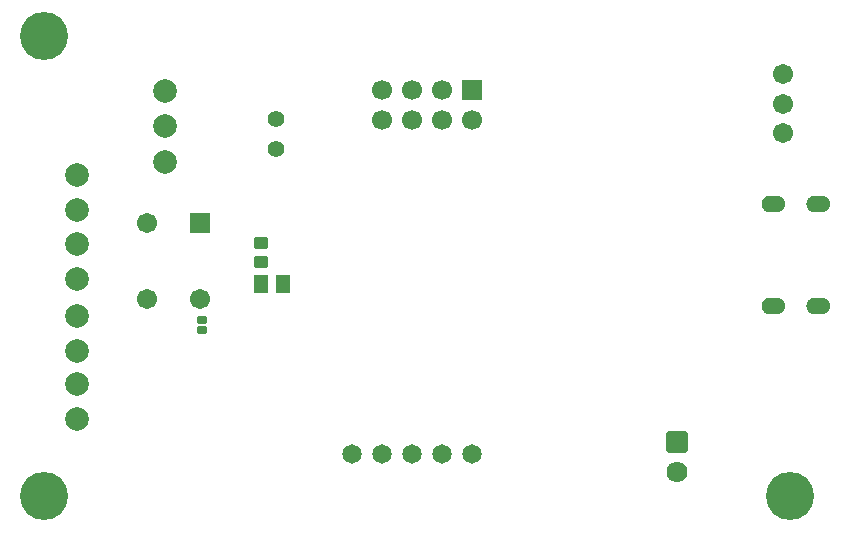
<source format=gbr>
%TF.GenerationSoftware,KiCad,Pcbnew,7.0.8*%
%TF.CreationDate,2024-01-19T17:30:04-07:00*%
%TF.ProjectId,Remote,52656d6f-7465-42e6-9b69-6361645f7063,rev?*%
%TF.SameCoordinates,Original*%
%TF.FileFunction,Soldermask,Bot*%
%TF.FilePolarity,Negative*%
%FSLAX46Y46*%
G04 Gerber Fmt 4.6, Leading zero omitted, Abs format (unit mm)*
G04 Created by KiCad (PCBNEW 7.0.8) date 2024-01-19 17:30:04*
%MOMM*%
%LPD*%
G01*
G04 APERTURE LIST*
G04 Aperture macros list*
%AMRoundRect*
0 Rectangle with rounded corners*
0 $1 Rounding radius*
0 $2 $3 $4 $5 $6 $7 $8 $9 X,Y pos of 4 corners*
0 Add a 4 corners polygon primitive as box body*
4,1,4,$2,$3,$4,$5,$6,$7,$8,$9,$2,$3,0*
0 Add four circle primitives for the rounded corners*
1,1,$1+$1,$2,$3*
1,1,$1+$1,$4,$5*
1,1,$1+$1,$6,$7*
1,1,$1+$1,$8,$9*
0 Add four rect primitives between the rounded corners*
20,1,$1+$1,$2,$3,$4,$5,0*
20,1,$1+$1,$4,$5,$6,$7,0*
20,1,$1+$1,$6,$7,$8,$9,0*
20,1,$1+$1,$8,$9,$2,$3,0*%
G04 Aperture macros list end*
%ADD10C,0.010000*%
%ADD11R,1.700000X1.700000*%
%ADD12C,1.700000*%
%ADD13C,1.998980*%
%ADD14C,4.064000*%
%ADD15C,1.422400*%
%ADD16C,1.651000*%
%ADD17RoundRect,0.102000X0.787500X-0.787500X0.787500X0.787500X-0.787500X0.787500X-0.787500X-0.787500X0*%
%ADD18C,1.779000*%
%ADD19C,1.712000*%
%ADD20RoundRect,0.102000X-0.300000X0.270000X-0.300000X-0.270000X0.300000X-0.270000X0.300000X0.270000X0*%
%ADD21RoundRect,0.102000X-0.754000X0.754000X-0.754000X-0.754000X0.754000X-0.754000X0.754000X0.754000X0*%
%ADD22RoundRect,0.102000X-0.465000X0.405000X-0.465000X-0.405000X0.465000X-0.405000X0.465000X0.405000X0*%
%ADD23RoundRect,0.102000X0.485000X0.690000X-0.485000X0.690000X-0.485000X-0.690000X0.485000X-0.690000X0*%
G04 APERTURE END LIST*
%TO.C,J1*%
D10*
X172469000Y-81554500D02*
X172503000Y-81557500D01*
X172537000Y-81561500D01*
X172570000Y-81567500D01*
X172603000Y-81575500D01*
X172636000Y-81585500D01*
X172668000Y-81596500D01*
X172699000Y-81609500D01*
X172730000Y-81624500D01*
X172760000Y-81640500D01*
X172789000Y-81658500D01*
X172817000Y-81677500D01*
X172844000Y-81698500D01*
X172870000Y-81720500D01*
X172895000Y-81743500D01*
X172918000Y-81768500D01*
X172940000Y-81794500D01*
X172961000Y-81821500D01*
X172980000Y-81849500D01*
X172998000Y-81878500D01*
X173014000Y-81908500D01*
X173029000Y-81939500D01*
X173042000Y-81970500D01*
X173053000Y-82002500D01*
X173063000Y-82035500D01*
X173071000Y-82068500D01*
X173077000Y-82101500D01*
X173081000Y-82135500D01*
X173084000Y-82169500D01*
X173085000Y-82203500D01*
X173084000Y-82237500D01*
X173081000Y-82271500D01*
X173077000Y-82305500D01*
X173071000Y-82338500D01*
X173063000Y-82371500D01*
X173053000Y-82404500D01*
X173042000Y-82436500D01*
X173029000Y-82467500D01*
X173014000Y-82498500D01*
X172998000Y-82528500D01*
X172980000Y-82557500D01*
X172961000Y-82585500D01*
X172940000Y-82612500D01*
X172918000Y-82638500D01*
X172895000Y-82663500D01*
X172870000Y-82686500D01*
X172844000Y-82708500D01*
X172817000Y-82729500D01*
X172789000Y-82748500D01*
X172760000Y-82766500D01*
X172730000Y-82782500D01*
X172699000Y-82797500D01*
X172668000Y-82810500D01*
X172636000Y-82821500D01*
X172603000Y-82831500D01*
X172570000Y-82839500D01*
X172537000Y-82845500D01*
X172503000Y-82849500D01*
X172469000Y-82852500D01*
X172435000Y-82853500D01*
X171835000Y-82853500D01*
X171801000Y-82852500D01*
X171767000Y-82849500D01*
X171733000Y-82845500D01*
X171700000Y-82839500D01*
X171667000Y-82831500D01*
X171634000Y-82821500D01*
X171602000Y-82810500D01*
X171571000Y-82797500D01*
X171540000Y-82782500D01*
X171510000Y-82766500D01*
X171481000Y-82748500D01*
X171453000Y-82729500D01*
X171426000Y-82708500D01*
X171400000Y-82686500D01*
X171375000Y-82663500D01*
X171352000Y-82638500D01*
X171330000Y-82612500D01*
X171309000Y-82585500D01*
X171290000Y-82557500D01*
X171272000Y-82528500D01*
X171256000Y-82498500D01*
X171241000Y-82467500D01*
X171228000Y-82436500D01*
X171217000Y-82404500D01*
X171207000Y-82371500D01*
X171199000Y-82338500D01*
X171193000Y-82305500D01*
X171189000Y-82271500D01*
X171186000Y-82237500D01*
X171185000Y-82203500D01*
X171186000Y-82169500D01*
X171189000Y-82135500D01*
X171193000Y-82101500D01*
X171199000Y-82068500D01*
X171207000Y-82035500D01*
X171217000Y-82002500D01*
X171228000Y-81970500D01*
X171241000Y-81939500D01*
X171256000Y-81908500D01*
X171272000Y-81878500D01*
X171290000Y-81849500D01*
X171309000Y-81821500D01*
X171330000Y-81794500D01*
X171352000Y-81768500D01*
X171375000Y-81743500D01*
X171400000Y-81720500D01*
X171426000Y-81698500D01*
X171453000Y-81677500D01*
X171481000Y-81658500D01*
X171510000Y-81640500D01*
X171540000Y-81624500D01*
X171571000Y-81609500D01*
X171602000Y-81596500D01*
X171634000Y-81585500D01*
X171667000Y-81575500D01*
X171700000Y-81567500D01*
X171733000Y-81561500D01*
X171767000Y-81557500D01*
X171801000Y-81554500D01*
X171835000Y-81553500D01*
X172435000Y-81553500D01*
X172469000Y-81554500D01*
G36*
X172469000Y-81554500D02*
G01*
X172503000Y-81557500D01*
X172537000Y-81561500D01*
X172570000Y-81567500D01*
X172603000Y-81575500D01*
X172636000Y-81585500D01*
X172668000Y-81596500D01*
X172699000Y-81609500D01*
X172730000Y-81624500D01*
X172760000Y-81640500D01*
X172789000Y-81658500D01*
X172817000Y-81677500D01*
X172844000Y-81698500D01*
X172870000Y-81720500D01*
X172895000Y-81743500D01*
X172918000Y-81768500D01*
X172940000Y-81794500D01*
X172961000Y-81821500D01*
X172980000Y-81849500D01*
X172998000Y-81878500D01*
X173014000Y-81908500D01*
X173029000Y-81939500D01*
X173042000Y-81970500D01*
X173053000Y-82002500D01*
X173063000Y-82035500D01*
X173071000Y-82068500D01*
X173077000Y-82101500D01*
X173081000Y-82135500D01*
X173084000Y-82169500D01*
X173085000Y-82203500D01*
X173084000Y-82237500D01*
X173081000Y-82271500D01*
X173077000Y-82305500D01*
X173071000Y-82338500D01*
X173063000Y-82371500D01*
X173053000Y-82404500D01*
X173042000Y-82436500D01*
X173029000Y-82467500D01*
X173014000Y-82498500D01*
X172998000Y-82528500D01*
X172980000Y-82557500D01*
X172961000Y-82585500D01*
X172940000Y-82612500D01*
X172918000Y-82638500D01*
X172895000Y-82663500D01*
X172870000Y-82686500D01*
X172844000Y-82708500D01*
X172817000Y-82729500D01*
X172789000Y-82748500D01*
X172760000Y-82766500D01*
X172730000Y-82782500D01*
X172699000Y-82797500D01*
X172668000Y-82810500D01*
X172636000Y-82821500D01*
X172603000Y-82831500D01*
X172570000Y-82839500D01*
X172537000Y-82845500D01*
X172503000Y-82849500D01*
X172469000Y-82852500D01*
X172435000Y-82853500D01*
X171835000Y-82853500D01*
X171801000Y-82852500D01*
X171767000Y-82849500D01*
X171733000Y-82845500D01*
X171700000Y-82839500D01*
X171667000Y-82831500D01*
X171634000Y-82821500D01*
X171602000Y-82810500D01*
X171571000Y-82797500D01*
X171540000Y-82782500D01*
X171510000Y-82766500D01*
X171481000Y-82748500D01*
X171453000Y-82729500D01*
X171426000Y-82708500D01*
X171400000Y-82686500D01*
X171375000Y-82663500D01*
X171352000Y-82638500D01*
X171330000Y-82612500D01*
X171309000Y-82585500D01*
X171290000Y-82557500D01*
X171272000Y-82528500D01*
X171256000Y-82498500D01*
X171241000Y-82467500D01*
X171228000Y-82436500D01*
X171217000Y-82404500D01*
X171207000Y-82371500D01*
X171199000Y-82338500D01*
X171193000Y-82305500D01*
X171189000Y-82271500D01*
X171186000Y-82237500D01*
X171185000Y-82203500D01*
X171186000Y-82169500D01*
X171189000Y-82135500D01*
X171193000Y-82101500D01*
X171199000Y-82068500D01*
X171207000Y-82035500D01*
X171217000Y-82002500D01*
X171228000Y-81970500D01*
X171241000Y-81939500D01*
X171256000Y-81908500D01*
X171272000Y-81878500D01*
X171290000Y-81849500D01*
X171309000Y-81821500D01*
X171330000Y-81794500D01*
X171352000Y-81768500D01*
X171375000Y-81743500D01*
X171400000Y-81720500D01*
X171426000Y-81698500D01*
X171453000Y-81677500D01*
X171481000Y-81658500D01*
X171510000Y-81640500D01*
X171540000Y-81624500D01*
X171571000Y-81609500D01*
X171602000Y-81596500D01*
X171634000Y-81585500D01*
X171667000Y-81575500D01*
X171700000Y-81567500D01*
X171733000Y-81561500D01*
X171767000Y-81557500D01*
X171801000Y-81554500D01*
X171835000Y-81553500D01*
X172435000Y-81553500D01*
X172469000Y-81554500D01*
G37*
X176269000Y-81554500D02*
X176303000Y-81557500D01*
X176337000Y-81561500D01*
X176370000Y-81567500D01*
X176403000Y-81575500D01*
X176436000Y-81585500D01*
X176468000Y-81596500D01*
X176499000Y-81609500D01*
X176530000Y-81624500D01*
X176560000Y-81640500D01*
X176589000Y-81658500D01*
X176617000Y-81677500D01*
X176644000Y-81698500D01*
X176670000Y-81720500D01*
X176695000Y-81743500D01*
X176718000Y-81768500D01*
X176740000Y-81794500D01*
X176761000Y-81821500D01*
X176780000Y-81849500D01*
X176798000Y-81878500D01*
X176814000Y-81908500D01*
X176829000Y-81939500D01*
X176842000Y-81970500D01*
X176853000Y-82002500D01*
X176863000Y-82035500D01*
X176871000Y-82068500D01*
X176877000Y-82101500D01*
X176881000Y-82135500D01*
X176884000Y-82169500D01*
X176885000Y-82203500D01*
X176884000Y-82237500D01*
X176881000Y-82271500D01*
X176877000Y-82305500D01*
X176871000Y-82338500D01*
X176863000Y-82371500D01*
X176853000Y-82404500D01*
X176842000Y-82436500D01*
X176829000Y-82467500D01*
X176814000Y-82498500D01*
X176798000Y-82528500D01*
X176780000Y-82557500D01*
X176761000Y-82585500D01*
X176740000Y-82612500D01*
X176718000Y-82638500D01*
X176695000Y-82663500D01*
X176670000Y-82686500D01*
X176644000Y-82708500D01*
X176617000Y-82729500D01*
X176589000Y-82748500D01*
X176560000Y-82766500D01*
X176530000Y-82782500D01*
X176499000Y-82797500D01*
X176468000Y-82810500D01*
X176436000Y-82821500D01*
X176403000Y-82831500D01*
X176370000Y-82839500D01*
X176337000Y-82845500D01*
X176303000Y-82849500D01*
X176269000Y-82852500D01*
X176235000Y-82853500D01*
X175635000Y-82853500D01*
X175601000Y-82852500D01*
X175567000Y-82849500D01*
X175533000Y-82845500D01*
X175500000Y-82839500D01*
X175467000Y-82831500D01*
X175434000Y-82821500D01*
X175402000Y-82810500D01*
X175371000Y-82797500D01*
X175340000Y-82782500D01*
X175310000Y-82766500D01*
X175281000Y-82748500D01*
X175253000Y-82729500D01*
X175226000Y-82708500D01*
X175200000Y-82686500D01*
X175175000Y-82663500D01*
X175152000Y-82638500D01*
X175130000Y-82612500D01*
X175109000Y-82585500D01*
X175090000Y-82557500D01*
X175072000Y-82528500D01*
X175056000Y-82498500D01*
X175041000Y-82467500D01*
X175028000Y-82436500D01*
X175017000Y-82404500D01*
X175007000Y-82371500D01*
X174999000Y-82338500D01*
X174993000Y-82305500D01*
X174989000Y-82271500D01*
X174986000Y-82237500D01*
X174985000Y-82203500D01*
X174986000Y-82169500D01*
X174989000Y-82135500D01*
X174993000Y-82101500D01*
X174999000Y-82068500D01*
X175007000Y-82035500D01*
X175017000Y-82002500D01*
X175028000Y-81970500D01*
X175041000Y-81939500D01*
X175056000Y-81908500D01*
X175072000Y-81878500D01*
X175090000Y-81849500D01*
X175109000Y-81821500D01*
X175130000Y-81794500D01*
X175152000Y-81768500D01*
X175175000Y-81743500D01*
X175200000Y-81720500D01*
X175226000Y-81698500D01*
X175253000Y-81677500D01*
X175281000Y-81658500D01*
X175310000Y-81640500D01*
X175340000Y-81624500D01*
X175371000Y-81609500D01*
X175402000Y-81596500D01*
X175434000Y-81585500D01*
X175467000Y-81575500D01*
X175500000Y-81567500D01*
X175533000Y-81561500D01*
X175567000Y-81557500D01*
X175601000Y-81554500D01*
X175635000Y-81553500D01*
X176235000Y-81553500D01*
X176269000Y-81554500D01*
G36*
X176269000Y-81554500D02*
G01*
X176303000Y-81557500D01*
X176337000Y-81561500D01*
X176370000Y-81567500D01*
X176403000Y-81575500D01*
X176436000Y-81585500D01*
X176468000Y-81596500D01*
X176499000Y-81609500D01*
X176530000Y-81624500D01*
X176560000Y-81640500D01*
X176589000Y-81658500D01*
X176617000Y-81677500D01*
X176644000Y-81698500D01*
X176670000Y-81720500D01*
X176695000Y-81743500D01*
X176718000Y-81768500D01*
X176740000Y-81794500D01*
X176761000Y-81821500D01*
X176780000Y-81849500D01*
X176798000Y-81878500D01*
X176814000Y-81908500D01*
X176829000Y-81939500D01*
X176842000Y-81970500D01*
X176853000Y-82002500D01*
X176863000Y-82035500D01*
X176871000Y-82068500D01*
X176877000Y-82101500D01*
X176881000Y-82135500D01*
X176884000Y-82169500D01*
X176885000Y-82203500D01*
X176884000Y-82237500D01*
X176881000Y-82271500D01*
X176877000Y-82305500D01*
X176871000Y-82338500D01*
X176863000Y-82371500D01*
X176853000Y-82404500D01*
X176842000Y-82436500D01*
X176829000Y-82467500D01*
X176814000Y-82498500D01*
X176798000Y-82528500D01*
X176780000Y-82557500D01*
X176761000Y-82585500D01*
X176740000Y-82612500D01*
X176718000Y-82638500D01*
X176695000Y-82663500D01*
X176670000Y-82686500D01*
X176644000Y-82708500D01*
X176617000Y-82729500D01*
X176589000Y-82748500D01*
X176560000Y-82766500D01*
X176530000Y-82782500D01*
X176499000Y-82797500D01*
X176468000Y-82810500D01*
X176436000Y-82821500D01*
X176403000Y-82831500D01*
X176370000Y-82839500D01*
X176337000Y-82845500D01*
X176303000Y-82849500D01*
X176269000Y-82852500D01*
X176235000Y-82853500D01*
X175635000Y-82853500D01*
X175601000Y-82852500D01*
X175567000Y-82849500D01*
X175533000Y-82845500D01*
X175500000Y-82839500D01*
X175467000Y-82831500D01*
X175434000Y-82821500D01*
X175402000Y-82810500D01*
X175371000Y-82797500D01*
X175340000Y-82782500D01*
X175310000Y-82766500D01*
X175281000Y-82748500D01*
X175253000Y-82729500D01*
X175226000Y-82708500D01*
X175200000Y-82686500D01*
X175175000Y-82663500D01*
X175152000Y-82638500D01*
X175130000Y-82612500D01*
X175109000Y-82585500D01*
X175090000Y-82557500D01*
X175072000Y-82528500D01*
X175056000Y-82498500D01*
X175041000Y-82467500D01*
X175028000Y-82436500D01*
X175017000Y-82404500D01*
X175007000Y-82371500D01*
X174999000Y-82338500D01*
X174993000Y-82305500D01*
X174989000Y-82271500D01*
X174986000Y-82237500D01*
X174985000Y-82203500D01*
X174986000Y-82169500D01*
X174989000Y-82135500D01*
X174993000Y-82101500D01*
X174999000Y-82068500D01*
X175007000Y-82035500D01*
X175017000Y-82002500D01*
X175028000Y-81970500D01*
X175041000Y-81939500D01*
X175056000Y-81908500D01*
X175072000Y-81878500D01*
X175090000Y-81849500D01*
X175109000Y-81821500D01*
X175130000Y-81794500D01*
X175152000Y-81768500D01*
X175175000Y-81743500D01*
X175200000Y-81720500D01*
X175226000Y-81698500D01*
X175253000Y-81677500D01*
X175281000Y-81658500D01*
X175310000Y-81640500D01*
X175340000Y-81624500D01*
X175371000Y-81609500D01*
X175402000Y-81596500D01*
X175434000Y-81585500D01*
X175467000Y-81575500D01*
X175500000Y-81567500D01*
X175533000Y-81561500D01*
X175567000Y-81557500D01*
X175601000Y-81554500D01*
X175635000Y-81553500D01*
X176235000Y-81553500D01*
X176269000Y-81554500D01*
G37*
X172469000Y-72914500D02*
X172503000Y-72917500D01*
X172537000Y-72921500D01*
X172570000Y-72927500D01*
X172603000Y-72935500D01*
X172636000Y-72945500D01*
X172668000Y-72956500D01*
X172699000Y-72969500D01*
X172730000Y-72984500D01*
X172760000Y-73000500D01*
X172789000Y-73018500D01*
X172817000Y-73037500D01*
X172844000Y-73058500D01*
X172870000Y-73080500D01*
X172895000Y-73103500D01*
X172918000Y-73128500D01*
X172940000Y-73154500D01*
X172961000Y-73181500D01*
X172980000Y-73209500D01*
X172998000Y-73238500D01*
X173014000Y-73268500D01*
X173029000Y-73299500D01*
X173042000Y-73330500D01*
X173053000Y-73362500D01*
X173063000Y-73395500D01*
X173071000Y-73428500D01*
X173077000Y-73461500D01*
X173081000Y-73495500D01*
X173084000Y-73529500D01*
X173085000Y-73563500D01*
X173084000Y-73597500D01*
X173081000Y-73631500D01*
X173077000Y-73665500D01*
X173071000Y-73698500D01*
X173063000Y-73731500D01*
X173053000Y-73764500D01*
X173042000Y-73796500D01*
X173029000Y-73827500D01*
X173014000Y-73858500D01*
X172998000Y-73888500D01*
X172980000Y-73917500D01*
X172961000Y-73945500D01*
X172940000Y-73972500D01*
X172918000Y-73998500D01*
X172895000Y-74023500D01*
X172870000Y-74046500D01*
X172844000Y-74068500D01*
X172817000Y-74089500D01*
X172789000Y-74108500D01*
X172760000Y-74126500D01*
X172730000Y-74142500D01*
X172699000Y-74157500D01*
X172668000Y-74170500D01*
X172636000Y-74181500D01*
X172603000Y-74191500D01*
X172570000Y-74199500D01*
X172537000Y-74205500D01*
X172503000Y-74209500D01*
X172469000Y-74212500D01*
X172435000Y-74213500D01*
X171835000Y-74213500D01*
X171801000Y-74212500D01*
X171767000Y-74209500D01*
X171733000Y-74205500D01*
X171700000Y-74199500D01*
X171667000Y-74191500D01*
X171634000Y-74181500D01*
X171602000Y-74170500D01*
X171571000Y-74157500D01*
X171540000Y-74142500D01*
X171510000Y-74126500D01*
X171481000Y-74108500D01*
X171453000Y-74089500D01*
X171426000Y-74068500D01*
X171400000Y-74046500D01*
X171375000Y-74023500D01*
X171352000Y-73998500D01*
X171330000Y-73972500D01*
X171309000Y-73945500D01*
X171290000Y-73917500D01*
X171272000Y-73888500D01*
X171256000Y-73858500D01*
X171241000Y-73827500D01*
X171228000Y-73796500D01*
X171217000Y-73764500D01*
X171207000Y-73731500D01*
X171199000Y-73698500D01*
X171193000Y-73665500D01*
X171189000Y-73631500D01*
X171186000Y-73597500D01*
X171185000Y-73563500D01*
X171186000Y-73529500D01*
X171189000Y-73495500D01*
X171193000Y-73461500D01*
X171199000Y-73428500D01*
X171207000Y-73395500D01*
X171217000Y-73362500D01*
X171228000Y-73330500D01*
X171241000Y-73299500D01*
X171256000Y-73268500D01*
X171272000Y-73238500D01*
X171290000Y-73209500D01*
X171309000Y-73181500D01*
X171330000Y-73154500D01*
X171352000Y-73128500D01*
X171375000Y-73103500D01*
X171400000Y-73080500D01*
X171426000Y-73058500D01*
X171453000Y-73037500D01*
X171481000Y-73018500D01*
X171510000Y-73000500D01*
X171540000Y-72984500D01*
X171571000Y-72969500D01*
X171602000Y-72956500D01*
X171634000Y-72945500D01*
X171667000Y-72935500D01*
X171700000Y-72927500D01*
X171733000Y-72921500D01*
X171767000Y-72917500D01*
X171801000Y-72914500D01*
X171835000Y-72913500D01*
X172435000Y-72913500D01*
X172469000Y-72914500D01*
G36*
X172469000Y-72914500D02*
G01*
X172503000Y-72917500D01*
X172537000Y-72921500D01*
X172570000Y-72927500D01*
X172603000Y-72935500D01*
X172636000Y-72945500D01*
X172668000Y-72956500D01*
X172699000Y-72969500D01*
X172730000Y-72984500D01*
X172760000Y-73000500D01*
X172789000Y-73018500D01*
X172817000Y-73037500D01*
X172844000Y-73058500D01*
X172870000Y-73080500D01*
X172895000Y-73103500D01*
X172918000Y-73128500D01*
X172940000Y-73154500D01*
X172961000Y-73181500D01*
X172980000Y-73209500D01*
X172998000Y-73238500D01*
X173014000Y-73268500D01*
X173029000Y-73299500D01*
X173042000Y-73330500D01*
X173053000Y-73362500D01*
X173063000Y-73395500D01*
X173071000Y-73428500D01*
X173077000Y-73461500D01*
X173081000Y-73495500D01*
X173084000Y-73529500D01*
X173085000Y-73563500D01*
X173084000Y-73597500D01*
X173081000Y-73631500D01*
X173077000Y-73665500D01*
X173071000Y-73698500D01*
X173063000Y-73731500D01*
X173053000Y-73764500D01*
X173042000Y-73796500D01*
X173029000Y-73827500D01*
X173014000Y-73858500D01*
X172998000Y-73888500D01*
X172980000Y-73917500D01*
X172961000Y-73945500D01*
X172940000Y-73972500D01*
X172918000Y-73998500D01*
X172895000Y-74023500D01*
X172870000Y-74046500D01*
X172844000Y-74068500D01*
X172817000Y-74089500D01*
X172789000Y-74108500D01*
X172760000Y-74126500D01*
X172730000Y-74142500D01*
X172699000Y-74157500D01*
X172668000Y-74170500D01*
X172636000Y-74181500D01*
X172603000Y-74191500D01*
X172570000Y-74199500D01*
X172537000Y-74205500D01*
X172503000Y-74209500D01*
X172469000Y-74212500D01*
X172435000Y-74213500D01*
X171835000Y-74213500D01*
X171801000Y-74212500D01*
X171767000Y-74209500D01*
X171733000Y-74205500D01*
X171700000Y-74199500D01*
X171667000Y-74191500D01*
X171634000Y-74181500D01*
X171602000Y-74170500D01*
X171571000Y-74157500D01*
X171540000Y-74142500D01*
X171510000Y-74126500D01*
X171481000Y-74108500D01*
X171453000Y-74089500D01*
X171426000Y-74068500D01*
X171400000Y-74046500D01*
X171375000Y-74023500D01*
X171352000Y-73998500D01*
X171330000Y-73972500D01*
X171309000Y-73945500D01*
X171290000Y-73917500D01*
X171272000Y-73888500D01*
X171256000Y-73858500D01*
X171241000Y-73827500D01*
X171228000Y-73796500D01*
X171217000Y-73764500D01*
X171207000Y-73731500D01*
X171199000Y-73698500D01*
X171193000Y-73665500D01*
X171189000Y-73631500D01*
X171186000Y-73597500D01*
X171185000Y-73563500D01*
X171186000Y-73529500D01*
X171189000Y-73495500D01*
X171193000Y-73461500D01*
X171199000Y-73428500D01*
X171207000Y-73395500D01*
X171217000Y-73362500D01*
X171228000Y-73330500D01*
X171241000Y-73299500D01*
X171256000Y-73268500D01*
X171272000Y-73238500D01*
X171290000Y-73209500D01*
X171309000Y-73181500D01*
X171330000Y-73154500D01*
X171352000Y-73128500D01*
X171375000Y-73103500D01*
X171400000Y-73080500D01*
X171426000Y-73058500D01*
X171453000Y-73037500D01*
X171481000Y-73018500D01*
X171510000Y-73000500D01*
X171540000Y-72984500D01*
X171571000Y-72969500D01*
X171602000Y-72956500D01*
X171634000Y-72945500D01*
X171667000Y-72935500D01*
X171700000Y-72927500D01*
X171733000Y-72921500D01*
X171767000Y-72917500D01*
X171801000Y-72914500D01*
X171835000Y-72913500D01*
X172435000Y-72913500D01*
X172469000Y-72914500D01*
G37*
X176269000Y-72914500D02*
X176303000Y-72917500D01*
X176337000Y-72921500D01*
X176370000Y-72927500D01*
X176403000Y-72935500D01*
X176436000Y-72945500D01*
X176468000Y-72956500D01*
X176499000Y-72969500D01*
X176530000Y-72984500D01*
X176560000Y-73000500D01*
X176589000Y-73018500D01*
X176617000Y-73037500D01*
X176644000Y-73058500D01*
X176670000Y-73080500D01*
X176695000Y-73103500D01*
X176718000Y-73128500D01*
X176740000Y-73154500D01*
X176761000Y-73181500D01*
X176780000Y-73209500D01*
X176798000Y-73238500D01*
X176814000Y-73268500D01*
X176829000Y-73299500D01*
X176842000Y-73330500D01*
X176853000Y-73362500D01*
X176863000Y-73395500D01*
X176871000Y-73428500D01*
X176877000Y-73461500D01*
X176881000Y-73495500D01*
X176884000Y-73529500D01*
X176885000Y-73563500D01*
X176884000Y-73597500D01*
X176881000Y-73631500D01*
X176877000Y-73665500D01*
X176871000Y-73698500D01*
X176863000Y-73731500D01*
X176853000Y-73764500D01*
X176842000Y-73796500D01*
X176829000Y-73827500D01*
X176814000Y-73858500D01*
X176798000Y-73888500D01*
X176780000Y-73917500D01*
X176761000Y-73945500D01*
X176740000Y-73972500D01*
X176718000Y-73998500D01*
X176695000Y-74023500D01*
X176670000Y-74046500D01*
X176644000Y-74068500D01*
X176617000Y-74089500D01*
X176589000Y-74108500D01*
X176560000Y-74126500D01*
X176530000Y-74142500D01*
X176499000Y-74157500D01*
X176468000Y-74170500D01*
X176436000Y-74181500D01*
X176403000Y-74191500D01*
X176370000Y-74199500D01*
X176337000Y-74205500D01*
X176303000Y-74209500D01*
X176269000Y-74212500D01*
X176235000Y-74213500D01*
X175635000Y-74213500D01*
X175601000Y-74212500D01*
X175567000Y-74209500D01*
X175533000Y-74205500D01*
X175500000Y-74199500D01*
X175467000Y-74191500D01*
X175434000Y-74181500D01*
X175402000Y-74170500D01*
X175371000Y-74157500D01*
X175340000Y-74142500D01*
X175310000Y-74126500D01*
X175281000Y-74108500D01*
X175253000Y-74089500D01*
X175226000Y-74068500D01*
X175200000Y-74046500D01*
X175175000Y-74023500D01*
X175152000Y-73998500D01*
X175130000Y-73972500D01*
X175109000Y-73945500D01*
X175090000Y-73917500D01*
X175072000Y-73888500D01*
X175056000Y-73858500D01*
X175041000Y-73827500D01*
X175028000Y-73796500D01*
X175017000Y-73764500D01*
X175007000Y-73731500D01*
X174999000Y-73698500D01*
X174993000Y-73665500D01*
X174989000Y-73631500D01*
X174986000Y-73597500D01*
X174985000Y-73563500D01*
X174986000Y-73529500D01*
X174989000Y-73495500D01*
X174993000Y-73461500D01*
X174999000Y-73428500D01*
X175007000Y-73395500D01*
X175017000Y-73362500D01*
X175028000Y-73330500D01*
X175041000Y-73299500D01*
X175056000Y-73268500D01*
X175072000Y-73238500D01*
X175090000Y-73209500D01*
X175109000Y-73181500D01*
X175130000Y-73154500D01*
X175152000Y-73128500D01*
X175175000Y-73103500D01*
X175200000Y-73080500D01*
X175226000Y-73058500D01*
X175253000Y-73037500D01*
X175281000Y-73018500D01*
X175310000Y-73000500D01*
X175340000Y-72984500D01*
X175371000Y-72969500D01*
X175402000Y-72956500D01*
X175434000Y-72945500D01*
X175467000Y-72935500D01*
X175500000Y-72927500D01*
X175533000Y-72921500D01*
X175567000Y-72917500D01*
X175601000Y-72914500D01*
X175635000Y-72913500D01*
X176235000Y-72913500D01*
X176269000Y-72914500D01*
G36*
X176269000Y-72914500D02*
G01*
X176303000Y-72917500D01*
X176337000Y-72921500D01*
X176370000Y-72927500D01*
X176403000Y-72935500D01*
X176436000Y-72945500D01*
X176468000Y-72956500D01*
X176499000Y-72969500D01*
X176530000Y-72984500D01*
X176560000Y-73000500D01*
X176589000Y-73018500D01*
X176617000Y-73037500D01*
X176644000Y-73058500D01*
X176670000Y-73080500D01*
X176695000Y-73103500D01*
X176718000Y-73128500D01*
X176740000Y-73154500D01*
X176761000Y-73181500D01*
X176780000Y-73209500D01*
X176798000Y-73238500D01*
X176814000Y-73268500D01*
X176829000Y-73299500D01*
X176842000Y-73330500D01*
X176853000Y-73362500D01*
X176863000Y-73395500D01*
X176871000Y-73428500D01*
X176877000Y-73461500D01*
X176881000Y-73495500D01*
X176884000Y-73529500D01*
X176885000Y-73563500D01*
X176884000Y-73597500D01*
X176881000Y-73631500D01*
X176877000Y-73665500D01*
X176871000Y-73698500D01*
X176863000Y-73731500D01*
X176853000Y-73764500D01*
X176842000Y-73796500D01*
X176829000Y-73827500D01*
X176814000Y-73858500D01*
X176798000Y-73888500D01*
X176780000Y-73917500D01*
X176761000Y-73945500D01*
X176740000Y-73972500D01*
X176718000Y-73998500D01*
X176695000Y-74023500D01*
X176670000Y-74046500D01*
X176644000Y-74068500D01*
X176617000Y-74089500D01*
X176589000Y-74108500D01*
X176560000Y-74126500D01*
X176530000Y-74142500D01*
X176499000Y-74157500D01*
X176468000Y-74170500D01*
X176436000Y-74181500D01*
X176403000Y-74191500D01*
X176370000Y-74199500D01*
X176337000Y-74205500D01*
X176303000Y-74209500D01*
X176269000Y-74212500D01*
X176235000Y-74213500D01*
X175635000Y-74213500D01*
X175601000Y-74212500D01*
X175567000Y-74209500D01*
X175533000Y-74205500D01*
X175500000Y-74199500D01*
X175467000Y-74191500D01*
X175434000Y-74181500D01*
X175402000Y-74170500D01*
X175371000Y-74157500D01*
X175340000Y-74142500D01*
X175310000Y-74126500D01*
X175281000Y-74108500D01*
X175253000Y-74089500D01*
X175226000Y-74068500D01*
X175200000Y-74046500D01*
X175175000Y-74023500D01*
X175152000Y-73998500D01*
X175130000Y-73972500D01*
X175109000Y-73945500D01*
X175090000Y-73917500D01*
X175072000Y-73888500D01*
X175056000Y-73858500D01*
X175041000Y-73827500D01*
X175028000Y-73796500D01*
X175017000Y-73764500D01*
X175007000Y-73731500D01*
X174999000Y-73698500D01*
X174993000Y-73665500D01*
X174989000Y-73631500D01*
X174986000Y-73597500D01*
X174985000Y-73563500D01*
X174986000Y-73529500D01*
X174989000Y-73495500D01*
X174993000Y-73461500D01*
X174999000Y-73428500D01*
X175007000Y-73395500D01*
X175017000Y-73362500D01*
X175028000Y-73330500D01*
X175041000Y-73299500D01*
X175056000Y-73268500D01*
X175072000Y-73238500D01*
X175090000Y-73209500D01*
X175109000Y-73181500D01*
X175130000Y-73154500D01*
X175152000Y-73128500D01*
X175175000Y-73103500D01*
X175200000Y-73080500D01*
X175226000Y-73058500D01*
X175253000Y-73037500D01*
X175281000Y-73018500D01*
X175310000Y-73000500D01*
X175340000Y-72984500D01*
X175371000Y-72969500D01*
X175402000Y-72956500D01*
X175434000Y-72945500D01*
X175467000Y-72935500D01*
X175500000Y-72927500D01*
X175533000Y-72921500D01*
X175567000Y-72917500D01*
X175601000Y-72914500D01*
X175635000Y-72913500D01*
X176235000Y-72913500D01*
X176269000Y-72914500D01*
G37*
%TD*%
D11*
%TO.C,U4*%
X146645000Y-63945000D03*
D12*
X146645000Y-66485000D03*
X144105000Y-63945000D03*
X144105000Y-66485000D03*
X141565000Y-63945000D03*
X141565000Y-66485000D03*
X139025000Y-63945000D03*
X139025000Y-66485000D03*
%TD*%
D13*
%TO.C,U7*%
X120669490Y-64012550D03*
%TD*%
D14*
%TO.C,*%
X110450000Y-98350000D03*
%TD*%
D15*
%TO.C,J4*%
X130100000Y-68985800D03*
X130100000Y-66445800D03*
%TD*%
D16*
%TO.C,J3*%
X136470000Y-94730000D03*
X139010000Y-94730000D03*
X141550000Y-94730000D03*
X144090000Y-94730000D03*
X146630000Y-94730000D03*
%TD*%
D17*
%TO.C,J2*%
X164035000Y-93765000D03*
D18*
X164035000Y-96265000D03*
%TD*%
D14*
%TO.C,*%
X110450000Y-59410000D03*
%TD*%
D13*
%TO.C,U6*%
X120669490Y-67011530D03*
%TD*%
D14*
%TO.C,*%
X173570000Y-98350000D03*
%TD*%
D13*
%TO.C,U5*%
X120669490Y-70010510D03*
%TD*%
%TO.C,U13*%
X113230930Y-79963944D03*
%TD*%
D19*
%TO.C,S1*%
X172975000Y-62615000D03*
X172975000Y-65115000D03*
X172975000Y-67615000D03*
%TD*%
D20*
%TO.C,R5*%
X123815000Y-83413000D03*
X123815000Y-84277000D03*
%TD*%
D13*
%TO.C,U10*%
X113230930Y-71108250D03*
%TD*%
D21*
%TO.C,S2*%
X123630000Y-75179000D03*
D19*
X123630000Y-81679000D03*
X119130000Y-75179000D03*
X119130000Y-81679000D03*
%TD*%
D13*
%TO.C,U9*%
X113259490Y-91833570D03*
%TD*%
D22*
%TO.C,D3*%
X128800000Y-78548500D03*
X128800000Y-76928500D03*
%TD*%
D13*
%TO.C,U12*%
X113259070Y-86014158D03*
%TD*%
D23*
%TO.C,R4*%
X130645000Y-80370000D03*
X128785000Y-80370000D03*
%TD*%
D13*
%TO.C,U11*%
X113230930Y-77012046D03*
%TD*%
%TO.C,U15*%
X113259070Y-83062260D03*
%TD*%
%TO.C,U14*%
X113230930Y-74080930D03*
%TD*%
%TO.C,U8*%
X113259490Y-88834590D03*
%TD*%
M02*

</source>
